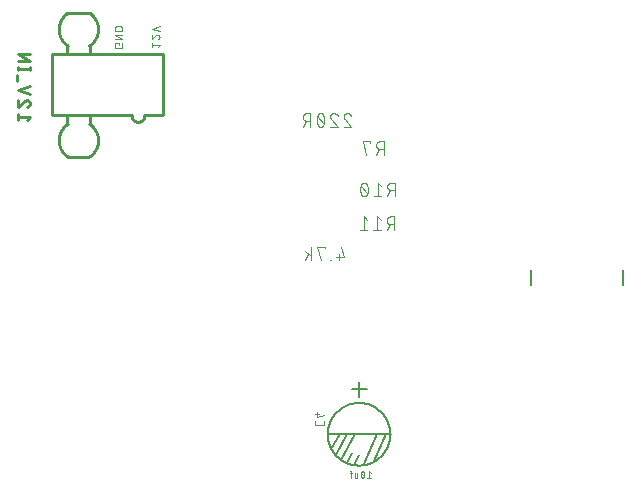
<source format=gbr>
G04 EAGLE Gerber RS-274X export*
G75*
%MOMM*%
%FSLAX34Y34*%
%LPD*%
%INSilkscreen Bottom*%
%IPPOS*%
%AMOC8*
5,1,8,0,0,1.08239X$1,22.5*%
G01*
%ADD10C,0.101600*%
%ADD11C,0.254000*%
%ADD12C,0.203200*%
%ADD13C,0.127000*%
%ADD14C,0.076200*%


D10*
X-171648Y50828D02*
X-170180Y52663D01*
X-176784Y52663D01*
X-176784Y54497D02*
X-176784Y50828D01*
X-170180Y59704D02*
X-170182Y59783D01*
X-170187Y59861D01*
X-170197Y59939D01*
X-170210Y60016D01*
X-170227Y60093D01*
X-170247Y60169D01*
X-170271Y60244D01*
X-170298Y60318D01*
X-170329Y60390D01*
X-170364Y60461D01*
X-170401Y60530D01*
X-170442Y60597D01*
X-170486Y60662D01*
X-170533Y60725D01*
X-170583Y60785D01*
X-170636Y60843D01*
X-170692Y60899D01*
X-170750Y60952D01*
X-170810Y61002D01*
X-170873Y61049D01*
X-170938Y61093D01*
X-171006Y61134D01*
X-171074Y61171D01*
X-171145Y61206D01*
X-171217Y61237D01*
X-171291Y61264D01*
X-171366Y61288D01*
X-171442Y61308D01*
X-171519Y61325D01*
X-171596Y61338D01*
X-171674Y61348D01*
X-171752Y61353D01*
X-171831Y61355D01*
X-170180Y59704D02*
X-170182Y59615D01*
X-170187Y59526D01*
X-170197Y59438D01*
X-170210Y59350D01*
X-170226Y59263D01*
X-170247Y59176D01*
X-170271Y59091D01*
X-170298Y59006D01*
X-170329Y58923D01*
X-170364Y58841D01*
X-170402Y58760D01*
X-170443Y58681D01*
X-170487Y58605D01*
X-170535Y58529D01*
X-170586Y58456D01*
X-170639Y58386D01*
X-170696Y58317D01*
X-170756Y58251D01*
X-170818Y58188D01*
X-170883Y58127D01*
X-170950Y58069D01*
X-171020Y58014D01*
X-171092Y57961D01*
X-171166Y57912D01*
X-171242Y57866D01*
X-171320Y57824D01*
X-171400Y57784D01*
X-171481Y57748D01*
X-171564Y57715D01*
X-171648Y57686D01*
X-173115Y60805D02*
X-173059Y60861D01*
X-173000Y60915D01*
X-172939Y60966D01*
X-172875Y61015D01*
X-172810Y61060D01*
X-172742Y61103D01*
X-172673Y61142D01*
X-172602Y61179D01*
X-172529Y61212D01*
X-172455Y61241D01*
X-172380Y61268D01*
X-172304Y61291D01*
X-172226Y61310D01*
X-172148Y61326D01*
X-172070Y61339D01*
X-171990Y61348D01*
X-171911Y61353D01*
X-171831Y61355D01*
X-173115Y60805D02*
X-176784Y57686D01*
X-176784Y61355D01*
X-176784Y66379D02*
X-170180Y64177D01*
X-170180Y68580D02*
X-176784Y66379D01*
X-204611Y53950D02*
X-204611Y52849D01*
X-204611Y53950D02*
X-208280Y53950D01*
X-208280Y51748D01*
X-208278Y51674D01*
X-208272Y51599D01*
X-208263Y51526D01*
X-208250Y51452D01*
X-208233Y51380D01*
X-208213Y51309D01*
X-208189Y51238D01*
X-208161Y51169D01*
X-208130Y51102D01*
X-208096Y51036D01*
X-208058Y50971D01*
X-208017Y50909D01*
X-207973Y50849D01*
X-207926Y50792D01*
X-207876Y50737D01*
X-207823Y50684D01*
X-207768Y50634D01*
X-207711Y50587D01*
X-207651Y50543D01*
X-207589Y50502D01*
X-207524Y50464D01*
X-207459Y50430D01*
X-207391Y50399D01*
X-207322Y50371D01*
X-207251Y50347D01*
X-207180Y50327D01*
X-207108Y50310D01*
X-207034Y50297D01*
X-206961Y50288D01*
X-206886Y50282D01*
X-206812Y50280D01*
X-206812Y50281D02*
X-203144Y50281D01*
X-203144Y50280D02*
X-203070Y50282D01*
X-202995Y50288D01*
X-202922Y50297D01*
X-202848Y50310D01*
X-202776Y50327D01*
X-202705Y50347D01*
X-202634Y50371D01*
X-202565Y50399D01*
X-202498Y50430D01*
X-202432Y50464D01*
X-202367Y50502D01*
X-202305Y50543D01*
X-202245Y50587D01*
X-202188Y50634D01*
X-202133Y50684D01*
X-202080Y50737D01*
X-202030Y50792D01*
X-201983Y50849D01*
X-201939Y50909D01*
X-201898Y50971D01*
X-201860Y51036D01*
X-201826Y51101D01*
X-201795Y51169D01*
X-201767Y51238D01*
X-201743Y51309D01*
X-201723Y51380D01*
X-201706Y51452D01*
X-201693Y51526D01*
X-201684Y51599D01*
X-201678Y51674D01*
X-201676Y51748D01*
X-201676Y53950D01*
X-201676Y57596D02*
X-208280Y57596D01*
X-208280Y61265D02*
X-201676Y57596D01*
X-201676Y61265D02*
X-208280Y61265D01*
X-208280Y64911D02*
X-201676Y64911D01*
X-201676Y66746D01*
X-201678Y66831D01*
X-201684Y66915D01*
X-201694Y66999D01*
X-201707Y67083D01*
X-201725Y67166D01*
X-201746Y67248D01*
X-201771Y67329D01*
X-201800Y67409D01*
X-201832Y67487D01*
X-201868Y67563D01*
X-201908Y67638D01*
X-201951Y67711D01*
X-201997Y67782D01*
X-202046Y67851D01*
X-202099Y67918D01*
X-202155Y67982D01*
X-202213Y68043D01*
X-202274Y68101D01*
X-202338Y68157D01*
X-202405Y68210D01*
X-202474Y68259D01*
X-202545Y68305D01*
X-202618Y68348D01*
X-202693Y68388D01*
X-202769Y68424D01*
X-202848Y68456D01*
X-202927Y68485D01*
X-203008Y68510D01*
X-203090Y68531D01*
X-203173Y68549D01*
X-203257Y68562D01*
X-203341Y68572D01*
X-203425Y68578D01*
X-203510Y68580D01*
X-206446Y68580D01*
X-206531Y68578D01*
X-206615Y68572D01*
X-206699Y68562D01*
X-206783Y68549D01*
X-206866Y68531D01*
X-206948Y68510D01*
X-207029Y68485D01*
X-207109Y68456D01*
X-207187Y68424D01*
X-207263Y68388D01*
X-207338Y68348D01*
X-207411Y68305D01*
X-207482Y68259D01*
X-207551Y68210D01*
X-207618Y68157D01*
X-207682Y68101D01*
X-207743Y68043D01*
X-207801Y67982D01*
X-207857Y67918D01*
X-207910Y67851D01*
X-207959Y67782D01*
X-208005Y67711D01*
X-208048Y67638D01*
X-208088Y67563D01*
X-208124Y67487D01*
X-208156Y67409D01*
X-208185Y67329D01*
X-208210Y67248D01*
X-208231Y67166D01*
X-208249Y67083D01*
X-208262Y66999D01*
X-208272Y66915D01*
X-208278Y66831D01*
X-208280Y66746D01*
X-208280Y64911D01*
D11*
X-260900Y45050D02*
X-260900Y-6950D01*
X-193900Y-6950D01*
X-182900Y-6950D02*
X-166900Y-6950D01*
X-166900Y45050D01*
X-260900Y45050D01*
X-247900Y52050D02*
X-248238Y52274D01*
X-248571Y52506D01*
X-248899Y52745D01*
X-249220Y52993D01*
X-249535Y53248D01*
X-249844Y53511D01*
X-250146Y53782D01*
X-250442Y54060D01*
X-250731Y54345D01*
X-251013Y54636D01*
X-251287Y54935D01*
X-251555Y55240D01*
X-251814Y55552D01*
X-252066Y55870D01*
X-252311Y56194D01*
X-252547Y56524D01*
X-252775Y56859D01*
X-252995Y57200D01*
X-253206Y57546D01*
X-253409Y57897D01*
X-253604Y58254D01*
X-253790Y58614D01*
X-253966Y58979D01*
X-254134Y59349D01*
X-254293Y59722D01*
X-254443Y60099D01*
X-254583Y60480D01*
X-254714Y60864D01*
X-254836Y61251D01*
X-254948Y61641D01*
X-255051Y62033D01*
X-255144Y62428D01*
X-255228Y62825D01*
X-255301Y63224D01*
X-255365Y63624D01*
X-255420Y64026D01*
X-255464Y64430D01*
X-255499Y64834D01*
X-255523Y65239D01*
X-255538Y65644D01*
X-255543Y66050D01*
X-255538Y66456D01*
X-255523Y66861D01*
X-255499Y67266D01*
X-255464Y67670D01*
X-255420Y68074D01*
X-255365Y68476D01*
X-255301Y68876D01*
X-255228Y69275D01*
X-255144Y69672D01*
X-255051Y70067D01*
X-254948Y70459D01*
X-254836Y70849D01*
X-254714Y71236D01*
X-254583Y71620D01*
X-254443Y72001D01*
X-254293Y72378D01*
X-254134Y72751D01*
X-253966Y73121D01*
X-253790Y73486D01*
X-253604Y73846D01*
X-253409Y74203D01*
X-253206Y74554D01*
X-252995Y74900D01*
X-252775Y75241D01*
X-252547Y75576D01*
X-252311Y75906D01*
X-252066Y76230D01*
X-251814Y76548D01*
X-251555Y76860D01*
X-251287Y77165D01*
X-251013Y77464D01*
X-250731Y77755D01*
X-250442Y78040D01*
X-250146Y78318D01*
X-249844Y78589D01*
X-249535Y78852D01*
X-249220Y79107D01*
X-248899Y79355D01*
X-248571Y79594D01*
X-248238Y79826D01*
X-247900Y80050D01*
X-229900Y80050D02*
X-229562Y79826D01*
X-229229Y79594D01*
X-228901Y79355D01*
X-228580Y79107D01*
X-228265Y78852D01*
X-227956Y78589D01*
X-227654Y78318D01*
X-227358Y78040D01*
X-227069Y77755D01*
X-226787Y77464D01*
X-226513Y77165D01*
X-226245Y76860D01*
X-225986Y76548D01*
X-225734Y76230D01*
X-225489Y75906D01*
X-225253Y75576D01*
X-225025Y75241D01*
X-224805Y74900D01*
X-224594Y74554D01*
X-224391Y74203D01*
X-224196Y73846D01*
X-224010Y73486D01*
X-223834Y73121D01*
X-223666Y72751D01*
X-223507Y72378D01*
X-223357Y72001D01*
X-223217Y71620D01*
X-223086Y71236D01*
X-222964Y70849D01*
X-222852Y70459D01*
X-222749Y70067D01*
X-222656Y69672D01*
X-222572Y69275D01*
X-222499Y68876D01*
X-222435Y68476D01*
X-222380Y68074D01*
X-222336Y67670D01*
X-222301Y67266D01*
X-222277Y66861D01*
X-222262Y66456D01*
X-222257Y66050D01*
X-222262Y65644D01*
X-222277Y65239D01*
X-222301Y64834D01*
X-222336Y64430D01*
X-222380Y64026D01*
X-222435Y63624D01*
X-222499Y63224D01*
X-222572Y62825D01*
X-222656Y62428D01*
X-222749Y62033D01*
X-222852Y61641D01*
X-222964Y61251D01*
X-223086Y60864D01*
X-223217Y60480D01*
X-223357Y60099D01*
X-223507Y59722D01*
X-223666Y59349D01*
X-223834Y58979D01*
X-224010Y58614D01*
X-224196Y58254D01*
X-224391Y57897D01*
X-224594Y57546D01*
X-224805Y57200D01*
X-225025Y56859D01*
X-225253Y56524D01*
X-225489Y56194D01*
X-225734Y55870D01*
X-225986Y55552D01*
X-226245Y55240D01*
X-226513Y54935D01*
X-226787Y54636D01*
X-227069Y54345D01*
X-227358Y54060D01*
X-227654Y53782D01*
X-227956Y53511D01*
X-228265Y53248D01*
X-228580Y52993D01*
X-228901Y52745D01*
X-229229Y52506D01*
X-229562Y52274D01*
X-229900Y52050D01*
X-229900Y80050D02*
X-247900Y80050D01*
X-248900Y53050D02*
X-248900Y46050D01*
X-228900Y46050D02*
X-228900Y53050D01*
X-229900Y-13950D02*
X-229562Y-14174D01*
X-229229Y-14406D01*
X-228901Y-14645D01*
X-228580Y-14893D01*
X-228265Y-15148D01*
X-227956Y-15411D01*
X-227654Y-15682D01*
X-227358Y-15960D01*
X-227069Y-16245D01*
X-226787Y-16536D01*
X-226513Y-16835D01*
X-226245Y-17140D01*
X-225986Y-17452D01*
X-225734Y-17770D01*
X-225489Y-18094D01*
X-225253Y-18424D01*
X-225025Y-18759D01*
X-224805Y-19100D01*
X-224594Y-19446D01*
X-224391Y-19797D01*
X-224196Y-20154D01*
X-224010Y-20514D01*
X-223834Y-20879D01*
X-223666Y-21249D01*
X-223507Y-21622D01*
X-223357Y-21999D01*
X-223217Y-22380D01*
X-223086Y-22764D01*
X-222964Y-23151D01*
X-222852Y-23541D01*
X-222749Y-23933D01*
X-222656Y-24328D01*
X-222572Y-24725D01*
X-222499Y-25124D01*
X-222435Y-25524D01*
X-222380Y-25926D01*
X-222336Y-26330D01*
X-222301Y-26734D01*
X-222277Y-27139D01*
X-222262Y-27544D01*
X-222257Y-27950D01*
X-222262Y-28356D01*
X-222277Y-28761D01*
X-222301Y-29166D01*
X-222336Y-29570D01*
X-222380Y-29974D01*
X-222435Y-30376D01*
X-222499Y-30776D01*
X-222572Y-31175D01*
X-222656Y-31572D01*
X-222749Y-31967D01*
X-222852Y-32359D01*
X-222964Y-32749D01*
X-223086Y-33136D01*
X-223217Y-33520D01*
X-223357Y-33901D01*
X-223507Y-34278D01*
X-223666Y-34651D01*
X-223834Y-35021D01*
X-224010Y-35386D01*
X-224196Y-35746D01*
X-224391Y-36103D01*
X-224594Y-36454D01*
X-224805Y-36800D01*
X-225025Y-37141D01*
X-225253Y-37476D01*
X-225489Y-37806D01*
X-225734Y-38130D01*
X-225986Y-38448D01*
X-226245Y-38760D01*
X-226513Y-39065D01*
X-226787Y-39364D01*
X-227069Y-39655D01*
X-227358Y-39940D01*
X-227654Y-40218D01*
X-227956Y-40489D01*
X-228265Y-40752D01*
X-228580Y-41007D01*
X-228901Y-41255D01*
X-229229Y-41494D01*
X-229562Y-41726D01*
X-229900Y-41950D01*
X-247900Y-41950D02*
X-248238Y-41726D01*
X-248571Y-41494D01*
X-248899Y-41255D01*
X-249220Y-41007D01*
X-249535Y-40752D01*
X-249844Y-40489D01*
X-250146Y-40218D01*
X-250442Y-39940D01*
X-250731Y-39655D01*
X-251013Y-39364D01*
X-251287Y-39065D01*
X-251555Y-38760D01*
X-251814Y-38448D01*
X-252066Y-38130D01*
X-252311Y-37806D01*
X-252547Y-37476D01*
X-252775Y-37141D01*
X-252995Y-36800D01*
X-253206Y-36454D01*
X-253409Y-36103D01*
X-253604Y-35746D01*
X-253790Y-35386D01*
X-253966Y-35021D01*
X-254134Y-34651D01*
X-254293Y-34278D01*
X-254443Y-33901D01*
X-254583Y-33520D01*
X-254714Y-33136D01*
X-254836Y-32749D01*
X-254948Y-32359D01*
X-255051Y-31967D01*
X-255144Y-31572D01*
X-255228Y-31175D01*
X-255301Y-30776D01*
X-255365Y-30376D01*
X-255420Y-29974D01*
X-255464Y-29570D01*
X-255499Y-29166D01*
X-255523Y-28761D01*
X-255538Y-28356D01*
X-255543Y-27950D01*
X-255538Y-27544D01*
X-255523Y-27139D01*
X-255499Y-26734D01*
X-255464Y-26330D01*
X-255420Y-25926D01*
X-255365Y-25524D01*
X-255301Y-25124D01*
X-255228Y-24725D01*
X-255144Y-24328D01*
X-255051Y-23933D01*
X-254948Y-23541D01*
X-254836Y-23151D01*
X-254714Y-22764D01*
X-254583Y-22380D01*
X-254443Y-21999D01*
X-254293Y-21622D01*
X-254134Y-21249D01*
X-253966Y-20879D01*
X-253790Y-20514D01*
X-253604Y-20154D01*
X-253409Y-19797D01*
X-253206Y-19446D01*
X-252995Y-19100D01*
X-252775Y-18759D01*
X-252547Y-18424D01*
X-252311Y-18094D01*
X-252066Y-17770D01*
X-251814Y-17452D01*
X-251555Y-17140D01*
X-251287Y-16835D01*
X-251013Y-16536D01*
X-250731Y-16245D01*
X-250442Y-15960D01*
X-250146Y-15682D01*
X-249844Y-15411D01*
X-249535Y-15148D01*
X-249220Y-14893D01*
X-248899Y-14645D01*
X-248571Y-14406D01*
X-248238Y-14174D01*
X-247900Y-13950D01*
X-247900Y-41950D02*
X-229900Y-41950D01*
X-228900Y-14950D02*
X-228900Y-7950D01*
X-248900Y-7950D02*
X-248900Y-14950D01*
X-193900Y-6950D02*
X-193898Y-7098D01*
X-193892Y-7245D01*
X-193882Y-7393D01*
X-193868Y-7540D01*
X-193851Y-7686D01*
X-193829Y-7832D01*
X-193803Y-7978D01*
X-193774Y-8122D01*
X-193740Y-8266D01*
X-193703Y-8409D01*
X-193662Y-8551D01*
X-193617Y-8692D01*
X-193568Y-8831D01*
X-193516Y-8969D01*
X-193460Y-9106D01*
X-193400Y-9241D01*
X-193337Y-9374D01*
X-193270Y-9506D01*
X-193200Y-9636D01*
X-193126Y-9764D01*
X-193049Y-9890D01*
X-192968Y-10013D01*
X-192884Y-10135D01*
X-192797Y-10254D01*
X-192707Y-10371D01*
X-192613Y-10485D01*
X-192517Y-10597D01*
X-192417Y-10706D01*
X-192315Y-10813D01*
X-192210Y-10917D01*
X-192102Y-11017D01*
X-191992Y-11115D01*
X-191878Y-11210D01*
X-191763Y-11302D01*
X-191645Y-11391D01*
X-191524Y-11476D01*
X-191402Y-11559D01*
X-191277Y-11638D01*
X-191150Y-11713D01*
X-191021Y-11785D01*
X-190890Y-11854D01*
X-190758Y-11919D01*
X-190624Y-11980D01*
X-190488Y-12038D01*
X-190350Y-12093D01*
X-190212Y-12143D01*
X-190071Y-12190D01*
X-189930Y-12233D01*
X-189788Y-12272D01*
X-189644Y-12307D01*
X-189500Y-12339D01*
X-189355Y-12366D01*
X-189209Y-12390D01*
X-189063Y-12410D01*
X-188916Y-12426D01*
X-188769Y-12438D01*
X-188621Y-12446D01*
X-188474Y-12450D01*
X-188326Y-12450D01*
X-188179Y-12446D01*
X-188031Y-12438D01*
X-187884Y-12426D01*
X-187737Y-12410D01*
X-187591Y-12390D01*
X-187445Y-12366D01*
X-187300Y-12339D01*
X-187156Y-12307D01*
X-187012Y-12272D01*
X-186870Y-12233D01*
X-186729Y-12190D01*
X-186588Y-12143D01*
X-186450Y-12093D01*
X-186312Y-12038D01*
X-186176Y-11980D01*
X-186042Y-11919D01*
X-185910Y-11854D01*
X-185779Y-11785D01*
X-185650Y-11713D01*
X-185523Y-11638D01*
X-185398Y-11559D01*
X-185276Y-11476D01*
X-185155Y-11391D01*
X-185037Y-11302D01*
X-184922Y-11210D01*
X-184808Y-11115D01*
X-184698Y-11017D01*
X-184590Y-10917D01*
X-184485Y-10813D01*
X-184383Y-10706D01*
X-184283Y-10597D01*
X-184187Y-10485D01*
X-184093Y-10371D01*
X-184003Y-10254D01*
X-183916Y-10135D01*
X-183832Y-10013D01*
X-183751Y-9890D01*
X-183674Y-9764D01*
X-183600Y-9636D01*
X-183530Y-9506D01*
X-183463Y-9374D01*
X-183400Y-9241D01*
X-183340Y-9106D01*
X-183284Y-8969D01*
X-183232Y-8831D01*
X-183183Y-8692D01*
X-183138Y-8551D01*
X-183097Y-8409D01*
X-183060Y-8266D01*
X-183026Y-8122D01*
X-182997Y-7978D01*
X-182971Y-7832D01*
X-182949Y-7686D01*
X-182932Y-7540D01*
X-182918Y-7393D01*
X-182908Y-7245D01*
X-182902Y-7098D01*
X-182900Y-6950D01*
X-279781Y-8410D02*
X-282039Y-11232D01*
X-279781Y-8410D02*
X-289941Y-8410D01*
X-289941Y-11232D02*
X-289941Y-5588D01*
X-279781Y3302D02*
X-279783Y3402D01*
X-279789Y3501D01*
X-279799Y3601D01*
X-279812Y3699D01*
X-279830Y3798D01*
X-279851Y3895D01*
X-279876Y3991D01*
X-279905Y4087D01*
X-279938Y4181D01*
X-279974Y4274D01*
X-280014Y4365D01*
X-280058Y4455D01*
X-280105Y4543D01*
X-280155Y4629D01*
X-280209Y4713D01*
X-280266Y4795D01*
X-280326Y4874D01*
X-280390Y4952D01*
X-280456Y5026D01*
X-280525Y5098D01*
X-280597Y5167D01*
X-280671Y5233D01*
X-280749Y5297D01*
X-280828Y5357D01*
X-280910Y5414D01*
X-280994Y5468D01*
X-281080Y5518D01*
X-281168Y5565D01*
X-281258Y5609D01*
X-281349Y5649D01*
X-281442Y5685D01*
X-281536Y5718D01*
X-281632Y5747D01*
X-281728Y5772D01*
X-281825Y5793D01*
X-281924Y5811D01*
X-282022Y5824D01*
X-282122Y5834D01*
X-282221Y5840D01*
X-282321Y5842D01*
X-279781Y3302D02*
X-279783Y3191D01*
X-279789Y3080D01*
X-279798Y2970D01*
X-279811Y2860D01*
X-279828Y2750D01*
X-279849Y2641D01*
X-279873Y2533D01*
X-279901Y2426D01*
X-279932Y2319D01*
X-279968Y2214D01*
X-280006Y2110D01*
X-280049Y2008D01*
X-280094Y1907D01*
X-280144Y1807D01*
X-280196Y1710D01*
X-280252Y1614D01*
X-280311Y1520D01*
X-280373Y1428D01*
X-280438Y1338D01*
X-280506Y1251D01*
X-280578Y1166D01*
X-280652Y1083D01*
X-280728Y1003D01*
X-280808Y926D01*
X-280890Y851D01*
X-280974Y779D01*
X-281061Y710D01*
X-281150Y645D01*
X-281242Y582D01*
X-281335Y522D01*
X-281431Y466D01*
X-281528Y412D01*
X-281627Y363D01*
X-281728Y316D01*
X-281830Y273D01*
X-281934Y234D01*
X-282039Y198D01*
X-284296Y4995D02*
X-284226Y5067D01*
X-284153Y5136D01*
X-284077Y5202D01*
X-283999Y5265D01*
X-283919Y5325D01*
X-283836Y5382D01*
X-283752Y5437D01*
X-283665Y5488D01*
X-283577Y5536D01*
X-283487Y5580D01*
X-283396Y5621D01*
X-283303Y5659D01*
X-283208Y5694D01*
X-283113Y5725D01*
X-283016Y5752D01*
X-282919Y5776D01*
X-282820Y5796D01*
X-282721Y5812D01*
X-282622Y5825D01*
X-282522Y5835D01*
X-282421Y5840D01*
X-282321Y5842D01*
X-284297Y4995D02*
X-289941Y198D01*
X-289941Y5842D01*
X-289941Y14450D02*
X-279781Y11063D01*
X-279781Y17836D02*
X-289941Y14450D01*
X-291070Y22479D02*
X-291070Y26995D01*
X-289941Y32738D02*
X-279781Y32738D01*
X-289941Y31609D02*
X-289941Y33867D01*
X-279781Y33867D02*
X-279781Y31609D01*
X-279781Y39441D02*
X-289941Y39441D01*
X-289941Y45085D02*
X-279781Y39441D01*
X-279781Y45085D02*
X-289941Y45085D01*
D10*
X29059Y-63888D02*
X29059Y-75572D01*
X29059Y-63888D02*
X25813Y-63888D01*
X25813Y-63887D02*
X25700Y-63889D01*
X25587Y-63895D01*
X25474Y-63905D01*
X25361Y-63919D01*
X25249Y-63936D01*
X25138Y-63958D01*
X25028Y-63983D01*
X24918Y-64013D01*
X24810Y-64046D01*
X24703Y-64083D01*
X24597Y-64123D01*
X24493Y-64168D01*
X24390Y-64216D01*
X24289Y-64267D01*
X24190Y-64322D01*
X24093Y-64380D01*
X23998Y-64442D01*
X23905Y-64507D01*
X23815Y-64575D01*
X23727Y-64646D01*
X23641Y-64721D01*
X23558Y-64798D01*
X23478Y-64878D01*
X23401Y-64961D01*
X23326Y-65047D01*
X23255Y-65135D01*
X23187Y-65225D01*
X23122Y-65318D01*
X23060Y-65413D01*
X23002Y-65510D01*
X22947Y-65609D01*
X22896Y-65710D01*
X22848Y-65813D01*
X22803Y-65917D01*
X22763Y-66023D01*
X22726Y-66130D01*
X22693Y-66238D01*
X22663Y-66348D01*
X22638Y-66458D01*
X22616Y-66569D01*
X22599Y-66681D01*
X22585Y-66794D01*
X22575Y-66907D01*
X22569Y-67020D01*
X22567Y-67133D01*
X22569Y-67246D01*
X22575Y-67359D01*
X22585Y-67472D01*
X22599Y-67585D01*
X22616Y-67697D01*
X22638Y-67808D01*
X22663Y-67918D01*
X22693Y-68028D01*
X22726Y-68136D01*
X22763Y-68243D01*
X22803Y-68349D01*
X22848Y-68453D01*
X22896Y-68556D01*
X22947Y-68657D01*
X23002Y-68756D01*
X23060Y-68853D01*
X23122Y-68948D01*
X23187Y-69041D01*
X23255Y-69131D01*
X23326Y-69219D01*
X23401Y-69305D01*
X23478Y-69388D01*
X23558Y-69468D01*
X23641Y-69545D01*
X23727Y-69620D01*
X23815Y-69691D01*
X23905Y-69759D01*
X23998Y-69824D01*
X24093Y-69886D01*
X24190Y-69944D01*
X24289Y-69999D01*
X24390Y-70050D01*
X24493Y-70098D01*
X24597Y-70143D01*
X24703Y-70183D01*
X24810Y-70220D01*
X24918Y-70253D01*
X25028Y-70283D01*
X25138Y-70308D01*
X25249Y-70330D01*
X25361Y-70347D01*
X25474Y-70361D01*
X25587Y-70371D01*
X25700Y-70377D01*
X25813Y-70379D01*
X29059Y-70379D01*
X25164Y-70379D02*
X22568Y-75572D01*
X17702Y-66484D02*
X14457Y-63888D01*
X14457Y-75572D01*
X17702Y-75572D02*
X11211Y-75572D01*
X6273Y-69730D02*
X6270Y-69500D01*
X6262Y-69270D01*
X6248Y-69041D01*
X6229Y-68812D01*
X6204Y-68583D01*
X6174Y-68355D01*
X6139Y-68128D01*
X6098Y-67902D01*
X6052Y-67677D01*
X6000Y-67453D01*
X5943Y-67230D01*
X5881Y-67009D01*
X5813Y-66789D01*
X5740Y-66571D01*
X5662Y-66355D01*
X5579Y-66141D01*
X5491Y-65929D01*
X5398Y-65718D01*
X5299Y-65511D01*
X5299Y-65510D02*
X5266Y-65420D01*
X5230Y-65331D01*
X5190Y-65243D01*
X5146Y-65158D01*
X5099Y-65074D01*
X5049Y-64992D01*
X4995Y-64912D01*
X4939Y-64835D01*
X4879Y-64759D01*
X4816Y-64686D01*
X4751Y-64616D01*
X4682Y-64548D01*
X4611Y-64484D01*
X4538Y-64422D01*
X4462Y-64363D01*
X4384Y-64307D01*
X4303Y-64254D01*
X4221Y-64205D01*
X4137Y-64159D01*
X4050Y-64116D01*
X3963Y-64077D01*
X3873Y-64041D01*
X3783Y-64009D01*
X3691Y-63981D01*
X3598Y-63956D01*
X3504Y-63935D01*
X3410Y-63918D01*
X3315Y-63904D01*
X3219Y-63895D01*
X3123Y-63889D01*
X3027Y-63887D01*
X2931Y-63889D01*
X2835Y-63895D01*
X2739Y-63904D01*
X2644Y-63918D01*
X2550Y-63935D01*
X2456Y-63956D01*
X2363Y-63981D01*
X2271Y-64009D01*
X2181Y-64041D01*
X2091Y-64077D01*
X2004Y-64116D01*
X1917Y-64159D01*
X1833Y-64205D01*
X1751Y-64254D01*
X1670Y-64307D01*
X1592Y-64363D01*
X1516Y-64422D01*
X1443Y-64484D01*
X1372Y-64548D01*
X1303Y-64616D01*
X1238Y-64686D01*
X1175Y-64759D01*
X1115Y-64835D01*
X1059Y-64912D01*
X1005Y-64992D01*
X955Y-65074D01*
X908Y-65158D01*
X864Y-65243D01*
X824Y-65331D01*
X788Y-65420D01*
X755Y-65510D01*
X755Y-65511D02*
X656Y-65718D01*
X563Y-65929D01*
X475Y-66141D01*
X392Y-66355D01*
X314Y-66571D01*
X241Y-66789D01*
X173Y-67009D01*
X111Y-67230D01*
X54Y-67453D01*
X2Y-67677D01*
X-44Y-67902D01*
X-85Y-68128D01*
X-120Y-68355D01*
X-150Y-68583D01*
X-175Y-68812D01*
X-194Y-69041D01*
X-208Y-69270D01*
X-216Y-69500D01*
X-219Y-69730D01*
X6273Y-69730D02*
X6270Y-69960D01*
X6262Y-70190D01*
X6248Y-70419D01*
X6229Y-70648D01*
X6204Y-70877D01*
X6174Y-71105D01*
X6139Y-71332D01*
X6098Y-71558D01*
X6052Y-71783D01*
X6000Y-72007D01*
X5943Y-72230D01*
X5881Y-72451D01*
X5813Y-72671D01*
X5740Y-72889D01*
X5662Y-73105D01*
X5579Y-73319D01*
X5491Y-73531D01*
X5398Y-73742D01*
X5299Y-73949D01*
X5266Y-74039D01*
X5230Y-74128D01*
X5189Y-74216D01*
X5146Y-74301D01*
X5099Y-74385D01*
X5049Y-74467D01*
X4995Y-74547D01*
X4939Y-74624D01*
X4879Y-74700D01*
X4816Y-74773D01*
X4751Y-74843D01*
X4682Y-74911D01*
X4611Y-74975D01*
X4538Y-75037D01*
X4462Y-75096D01*
X4384Y-75152D01*
X4303Y-75205D01*
X4221Y-75254D01*
X4137Y-75300D01*
X4050Y-75343D01*
X3963Y-75382D01*
X3873Y-75418D01*
X3783Y-75450D01*
X3691Y-75478D01*
X3598Y-75503D01*
X3504Y-75524D01*
X3410Y-75541D01*
X3315Y-75555D01*
X3219Y-75564D01*
X3123Y-75570D01*
X3027Y-75572D01*
X755Y-73949D02*
X656Y-73742D01*
X563Y-73531D01*
X475Y-73319D01*
X392Y-73105D01*
X314Y-72889D01*
X241Y-72671D01*
X173Y-72451D01*
X111Y-72230D01*
X54Y-72007D01*
X2Y-71783D01*
X-44Y-71558D01*
X-85Y-71332D01*
X-120Y-71105D01*
X-150Y-70877D01*
X-175Y-70648D01*
X-194Y-70419D01*
X-208Y-70190D01*
X-216Y-69960D01*
X-219Y-69730D01*
X755Y-73949D02*
X788Y-74039D01*
X824Y-74128D01*
X865Y-74216D01*
X908Y-74301D01*
X955Y-74385D01*
X1005Y-74467D01*
X1059Y-74547D01*
X1115Y-74625D01*
X1175Y-74700D01*
X1238Y-74773D01*
X1303Y-74843D01*
X1372Y-74911D01*
X1443Y-74975D01*
X1516Y-75037D01*
X1592Y-75096D01*
X1670Y-75152D01*
X1751Y-75205D01*
X1833Y-75254D01*
X1917Y-75300D01*
X2004Y-75343D01*
X2091Y-75382D01*
X2181Y-75418D01*
X2271Y-75450D01*
X2363Y-75478D01*
X2456Y-75503D01*
X2550Y-75524D01*
X2644Y-75541D01*
X2739Y-75555D01*
X2835Y-75564D01*
X2931Y-75570D01*
X3027Y-75572D01*
X5623Y-72975D02*
X430Y-66484D01*
X-16602Y-117976D02*
X-14005Y-127064D01*
X-20496Y-127064D01*
X-18549Y-124468D02*
X-18549Y-129660D01*
X-24927Y-129660D02*
X-24927Y-129011D01*
X-25576Y-129011D01*
X-25576Y-129660D01*
X-24927Y-129660D01*
X-30007Y-119275D02*
X-30007Y-117976D01*
X-36498Y-117976D01*
X-33253Y-129660D01*
X-41841Y-129660D02*
X-41841Y-117976D01*
X-47034Y-121871D02*
X-41841Y-125766D01*
X-44113Y-124143D02*
X-47034Y-129660D01*
X28651Y-104203D02*
X28651Y-92519D01*
X25405Y-92519D01*
X25292Y-92521D01*
X25179Y-92527D01*
X25066Y-92537D01*
X24953Y-92551D01*
X24841Y-92568D01*
X24730Y-92590D01*
X24620Y-92615D01*
X24510Y-92645D01*
X24402Y-92678D01*
X24295Y-92715D01*
X24189Y-92755D01*
X24085Y-92800D01*
X23982Y-92848D01*
X23881Y-92899D01*
X23782Y-92954D01*
X23685Y-93012D01*
X23590Y-93074D01*
X23497Y-93139D01*
X23407Y-93207D01*
X23319Y-93278D01*
X23233Y-93353D01*
X23150Y-93430D01*
X23070Y-93510D01*
X22993Y-93593D01*
X22918Y-93679D01*
X22847Y-93767D01*
X22779Y-93857D01*
X22714Y-93950D01*
X22652Y-94045D01*
X22594Y-94142D01*
X22539Y-94241D01*
X22488Y-94342D01*
X22440Y-94445D01*
X22395Y-94549D01*
X22355Y-94655D01*
X22318Y-94762D01*
X22285Y-94870D01*
X22255Y-94980D01*
X22230Y-95090D01*
X22208Y-95201D01*
X22191Y-95313D01*
X22177Y-95426D01*
X22167Y-95539D01*
X22161Y-95652D01*
X22159Y-95765D01*
X22161Y-95878D01*
X22167Y-95991D01*
X22177Y-96104D01*
X22191Y-96217D01*
X22208Y-96329D01*
X22230Y-96440D01*
X22255Y-96550D01*
X22285Y-96660D01*
X22318Y-96768D01*
X22355Y-96875D01*
X22395Y-96981D01*
X22440Y-97085D01*
X22488Y-97188D01*
X22539Y-97289D01*
X22594Y-97388D01*
X22652Y-97485D01*
X22714Y-97580D01*
X22779Y-97673D01*
X22847Y-97763D01*
X22918Y-97851D01*
X22993Y-97937D01*
X23070Y-98020D01*
X23150Y-98100D01*
X23233Y-98177D01*
X23319Y-98252D01*
X23407Y-98323D01*
X23497Y-98391D01*
X23590Y-98456D01*
X23685Y-98518D01*
X23782Y-98576D01*
X23881Y-98631D01*
X23982Y-98682D01*
X24085Y-98730D01*
X24189Y-98775D01*
X24295Y-98815D01*
X24402Y-98852D01*
X24510Y-98885D01*
X24620Y-98915D01*
X24730Y-98940D01*
X24841Y-98962D01*
X24953Y-98979D01*
X25066Y-98993D01*
X25179Y-99003D01*
X25292Y-99009D01*
X25405Y-99011D01*
X25405Y-99010D02*
X28651Y-99010D01*
X24756Y-99010D02*
X22160Y-104203D01*
X17295Y-95116D02*
X14049Y-92519D01*
X14049Y-104203D01*
X10804Y-104203D02*
X17295Y-104203D01*
X5865Y-95116D02*
X2619Y-92519D01*
X2619Y-104203D01*
X-626Y-104203D02*
X5865Y-104203D01*
D12*
X144209Y-137922D02*
X144209Y-150622D01*
X222377Y-150241D02*
X222377Y-137541D01*
D10*
X19661Y-40640D02*
X19661Y-28956D01*
X16415Y-28956D01*
X16302Y-28958D01*
X16189Y-28964D01*
X16076Y-28974D01*
X15963Y-28988D01*
X15851Y-29005D01*
X15740Y-29027D01*
X15630Y-29052D01*
X15520Y-29082D01*
X15412Y-29115D01*
X15305Y-29152D01*
X15199Y-29192D01*
X15095Y-29237D01*
X14992Y-29285D01*
X14891Y-29336D01*
X14792Y-29391D01*
X14695Y-29449D01*
X14600Y-29511D01*
X14507Y-29576D01*
X14417Y-29644D01*
X14329Y-29715D01*
X14243Y-29790D01*
X14160Y-29867D01*
X14080Y-29947D01*
X14003Y-30030D01*
X13928Y-30116D01*
X13857Y-30204D01*
X13789Y-30294D01*
X13724Y-30387D01*
X13662Y-30482D01*
X13604Y-30579D01*
X13549Y-30678D01*
X13498Y-30779D01*
X13450Y-30882D01*
X13405Y-30986D01*
X13365Y-31092D01*
X13328Y-31199D01*
X13295Y-31307D01*
X13265Y-31417D01*
X13240Y-31527D01*
X13218Y-31638D01*
X13201Y-31750D01*
X13187Y-31863D01*
X13177Y-31976D01*
X13171Y-32089D01*
X13169Y-32202D01*
X13171Y-32315D01*
X13177Y-32428D01*
X13187Y-32541D01*
X13201Y-32654D01*
X13218Y-32766D01*
X13240Y-32877D01*
X13265Y-32987D01*
X13295Y-33097D01*
X13328Y-33205D01*
X13365Y-33312D01*
X13405Y-33418D01*
X13450Y-33522D01*
X13498Y-33625D01*
X13549Y-33726D01*
X13604Y-33825D01*
X13662Y-33922D01*
X13724Y-34017D01*
X13789Y-34110D01*
X13857Y-34200D01*
X13928Y-34288D01*
X14003Y-34374D01*
X14080Y-34457D01*
X14160Y-34537D01*
X14243Y-34614D01*
X14329Y-34689D01*
X14417Y-34760D01*
X14507Y-34828D01*
X14600Y-34893D01*
X14695Y-34955D01*
X14792Y-35013D01*
X14891Y-35068D01*
X14992Y-35119D01*
X15095Y-35167D01*
X15199Y-35212D01*
X15305Y-35252D01*
X15412Y-35289D01*
X15520Y-35322D01*
X15630Y-35352D01*
X15740Y-35377D01*
X15851Y-35399D01*
X15963Y-35416D01*
X16076Y-35430D01*
X16189Y-35440D01*
X16302Y-35446D01*
X16415Y-35448D01*
X16415Y-35447D02*
X19661Y-35447D01*
X15766Y-35447D02*
X13170Y-40640D01*
X8304Y-30254D02*
X8304Y-28956D01*
X1813Y-28956D01*
X5059Y-40640D01*
X-14242Y-8001D02*
X-14240Y-7894D01*
X-14234Y-7788D01*
X-14224Y-7682D01*
X-14211Y-7576D01*
X-14193Y-7470D01*
X-14172Y-7366D01*
X-14147Y-7262D01*
X-14118Y-7159D01*
X-14086Y-7058D01*
X-14049Y-6958D01*
X-14009Y-6859D01*
X-13966Y-6761D01*
X-13919Y-6665D01*
X-13868Y-6571D01*
X-13814Y-6479D01*
X-13757Y-6389D01*
X-13697Y-6301D01*
X-13633Y-6216D01*
X-13566Y-6133D01*
X-13496Y-6052D01*
X-13424Y-5974D01*
X-13348Y-5898D01*
X-13270Y-5826D01*
X-13189Y-5756D01*
X-13106Y-5689D01*
X-13021Y-5625D01*
X-12933Y-5565D01*
X-12843Y-5508D01*
X-12751Y-5454D01*
X-12657Y-5403D01*
X-12561Y-5356D01*
X-12463Y-5313D01*
X-12364Y-5273D01*
X-12264Y-5236D01*
X-12163Y-5204D01*
X-12060Y-5175D01*
X-11956Y-5150D01*
X-11852Y-5129D01*
X-11746Y-5111D01*
X-11640Y-5098D01*
X-11534Y-5088D01*
X-11428Y-5082D01*
X-11321Y-5080D01*
X-11200Y-5082D01*
X-11079Y-5088D01*
X-10959Y-5098D01*
X-10838Y-5111D01*
X-10719Y-5129D01*
X-10599Y-5150D01*
X-10481Y-5175D01*
X-10364Y-5204D01*
X-10247Y-5237D01*
X-10132Y-5273D01*
X-10018Y-5314D01*
X-9905Y-5357D01*
X-9793Y-5405D01*
X-9684Y-5456D01*
X-9576Y-5511D01*
X-9469Y-5569D01*
X-9365Y-5630D01*
X-9263Y-5695D01*
X-9163Y-5763D01*
X-9065Y-5834D01*
X-8969Y-5908D01*
X-8876Y-5985D01*
X-8786Y-6066D01*
X-8698Y-6149D01*
X-8613Y-6235D01*
X-8530Y-6324D01*
X-8451Y-6415D01*
X-8374Y-6509D01*
X-8301Y-6605D01*
X-8231Y-6703D01*
X-8164Y-6804D01*
X-8100Y-6907D01*
X-8040Y-7012D01*
X-7982Y-7119D01*
X-7929Y-7227D01*
X-7879Y-7337D01*
X-7833Y-7449D01*
X-7790Y-7562D01*
X-7751Y-7677D01*
X-13268Y-10273D02*
X-13347Y-10195D01*
X-13423Y-10115D01*
X-13496Y-10032D01*
X-13566Y-9946D01*
X-13633Y-9859D01*
X-13697Y-9768D01*
X-13757Y-9676D01*
X-13815Y-9582D01*
X-13869Y-9485D01*
X-13919Y-9387D01*
X-13966Y-9287D01*
X-14010Y-9186D01*
X-14050Y-9083D01*
X-14086Y-8978D01*
X-14118Y-8873D01*
X-14147Y-8766D01*
X-14172Y-8659D01*
X-14194Y-8550D01*
X-14211Y-8441D01*
X-14225Y-8332D01*
X-14234Y-8222D01*
X-14240Y-8111D01*
X-14242Y-8001D01*
X-13269Y-10273D02*
X-7751Y-16764D01*
X-14242Y-16764D01*
X-25672Y-8001D02*
X-25670Y-7894D01*
X-25664Y-7788D01*
X-25654Y-7682D01*
X-25641Y-7576D01*
X-25623Y-7470D01*
X-25602Y-7366D01*
X-25577Y-7262D01*
X-25548Y-7159D01*
X-25516Y-7058D01*
X-25479Y-6958D01*
X-25439Y-6859D01*
X-25396Y-6761D01*
X-25349Y-6665D01*
X-25298Y-6571D01*
X-25244Y-6479D01*
X-25187Y-6389D01*
X-25127Y-6301D01*
X-25063Y-6216D01*
X-24996Y-6133D01*
X-24926Y-6052D01*
X-24854Y-5974D01*
X-24778Y-5898D01*
X-24700Y-5826D01*
X-24619Y-5756D01*
X-24536Y-5689D01*
X-24451Y-5625D01*
X-24363Y-5565D01*
X-24273Y-5508D01*
X-24181Y-5454D01*
X-24087Y-5403D01*
X-23991Y-5356D01*
X-23893Y-5313D01*
X-23794Y-5273D01*
X-23694Y-5236D01*
X-23593Y-5204D01*
X-23490Y-5175D01*
X-23386Y-5150D01*
X-23282Y-5129D01*
X-23176Y-5111D01*
X-23070Y-5098D01*
X-22964Y-5088D01*
X-22858Y-5082D01*
X-22751Y-5080D01*
X-22630Y-5082D01*
X-22509Y-5088D01*
X-22389Y-5098D01*
X-22268Y-5111D01*
X-22149Y-5129D01*
X-22029Y-5150D01*
X-21911Y-5175D01*
X-21794Y-5204D01*
X-21677Y-5237D01*
X-21562Y-5273D01*
X-21448Y-5314D01*
X-21335Y-5357D01*
X-21223Y-5405D01*
X-21114Y-5456D01*
X-21006Y-5511D01*
X-20899Y-5569D01*
X-20795Y-5630D01*
X-20693Y-5695D01*
X-20593Y-5763D01*
X-20495Y-5834D01*
X-20399Y-5908D01*
X-20306Y-5985D01*
X-20216Y-6066D01*
X-20128Y-6149D01*
X-20043Y-6235D01*
X-19960Y-6324D01*
X-19881Y-6415D01*
X-19804Y-6509D01*
X-19731Y-6605D01*
X-19661Y-6703D01*
X-19594Y-6804D01*
X-19530Y-6907D01*
X-19470Y-7012D01*
X-19412Y-7119D01*
X-19359Y-7227D01*
X-19309Y-7337D01*
X-19263Y-7449D01*
X-19220Y-7562D01*
X-19181Y-7677D01*
X-24698Y-10273D02*
X-24777Y-10195D01*
X-24853Y-10115D01*
X-24926Y-10032D01*
X-24996Y-9946D01*
X-25063Y-9859D01*
X-25127Y-9768D01*
X-25187Y-9676D01*
X-25245Y-9582D01*
X-25299Y-9485D01*
X-25349Y-9387D01*
X-25396Y-9287D01*
X-25440Y-9186D01*
X-25480Y-9083D01*
X-25516Y-8978D01*
X-25548Y-8873D01*
X-25577Y-8766D01*
X-25602Y-8659D01*
X-25624Y-8550D01*
X-25641Y-8441D01*
X-25655Y-8332D01*
X-25664Y-8222D01*
X-25670Y-8111D01*
X-25672Y-8001D01*
X-24699Y-10273D02*
X-19181Y-16764D01*
X-25672Y-16764D01*
X-30611Y-10922D02*
X-30614Y-10692D01*
X-30622Y-10462D01*
X-30636Y-10233D01*
X-30655Y-10004D01*
X-30680Y-9775D01*
X-30710Y-9547D01*
X-30745Y-9320D01*
X-30786Y-9094D01*
X-30832Y-8869D01*
X-30884Y-8645D01*
X-30941Y-8422D01*
X-31003Y-8201D01*
X-31071Y-7981D01*
X-31144Y-7763D01*
X-31222Y-7547D01*
X-31305Y-7333D01*
X-31393Y-7121D01*
X-31486Y-6910D01*
X-31585Y-6703D01*
X-31618Y-6613D01*
X-31654Y-6524D01*
X-31694Y-6436D01*
X-31738Y-6351D01*
X-31785Y-6267D01*
X-31835Y-6185D01*
X-31889Y-6105D01*
X-31945Y-6028D01*
X-32005Y-5952D01*
X-32068Y-5879D01*
X-32133Y-5809D01*
X-32202Y-5741D01*
X-32273Y-5677D01*
X-32346Y-5615D01*
X-32422Y-5556D01*
X-32500Y-5500D01*
X-32581Y-5447D01*
X-32663Y-5398D01*
X-32747Y-5352D01*
X-32834Y-5309D01*
X-32921Y-5270D01*
X-33011Y-5234D01*
X-33101Y-5202D01*
X-33193Y-5174D01*
X-33286Y-5149D01*
X-33380Y-5128D01*
X-33474Y-5111D01*
X-33569Y-5097D01*
X-33665Y-5088D01*
X-33761Y-5082D01*
X-33857Y-5080D01*
X-33953Y-5082D01*
X-34049Y-5088D01*
X-34145Y-5097D01*
X-34240Y-5111D01*
X-34334Y-5128D01*
X-34428Y-5149D01*
X-34521Y-5174D01*
X-34613Y-5202D01*
X-34703Y-5234D01*
X-34793Y-5270D01*
X-34881Y-5309D01*
X-34967Y-5352D01*
X-35051Y-5398D01*
X-35133Y-5447D01*
X-35214Y-5500D01*
X-35292Y-5556D01*
X-35368Y-5615D01*
X-35441Y-5677D01*
X-35512Y-5741D01*
X-35581Y-5809D01*
X-35646Y-5879D01*
X-35709Y-5952D01*
X-35769Y-6028D01*
X-35825Y-6105D01*
X-35879Y-6185D01*
X-35929Y-6267D01*
X-35976Y-6351D01*
X-36020Y-6436D01*
X-36060Y-6524D01*
X-36096Y-6613D01*
X-36129Y-6703D01*
X-36128Y-6703D02*
X-36227Y-6910D01*
X-36320Y-7121D01*
X-36408Y-7333D01*
X-36491Y-7547D01*
X-36569Y-7763D01*
X-36642Y-7981D01*
X-36710Y-8201D01*
X-36772Y-8422D01*
X-36829Y-8645D01*
X-36881Y-8869D01*
X-36927Y-9094D01*
X-36968Y-9320D01*
X-37003Y-9547D01*
X-37033Y-9775D01*
X-37058Y-10004D01*
X-37077Y-10233D01*
X-37091Y-10462D01*
X-37099Y-10692D01*
X-37102Y-10922D01*
X-30611Y-10922D02*
X-30614Y-11152D01*
X-30622Y-11382D01*
X-30636Y-11611D01*
X-30655Y-11840D01*
X-30680Y-12069D01*
X-30710Y-12297D01*
X-30745Y-12524D01*
X-30786Y-12750D01*
X-30832Y-12975D01*
X-30884Y-13199D01*
X-30941Y-13422D01*
X-31003Y-13643D01*
X-31071Y-13863D01*
X-31144Y-14081D01*
X-31222Y-14297D01*
X-31305Y-14511D01*
X-31393Y-14723D01*
X-31486Y-14934D01*
X-31585Y-15141D01*
X-31618Y-15231D01*
X-31654Y-15320D01*
X-31695Y-15408D01*
X-31738Y-15493D01*
X-31785Y-15577D01*
X-31835Y-15659D01*
X-31889Y-15739D01*
X-31945Y-15816D01*
X-32005Y-15892D01*
X-32068Y-15965D01*
X-32133Y-16035D01*
X-32202Y-16103D01*
X-32273Y-16167D01*
X-32346Y-16229D01*
X-32422Y-16288D01*
X-32500Y-16344D01*
X-32581Y-16397D01*
X-32663Y-16446D01*
X-32747Y-16492D01*
X-32834Y-16535D01*
X-32921Y-16574D01*
X-33011Y-16610D01*
X-33101Y-16642D01*
X-33193Y-16670D01*
X-33286Y-16695D01*
X-33380Y-16716D01*
X-33474Y-16733D01*
X-33569Y-16747D01*
X-33665Y-16756D01*
X-33761Y-16762D01*
X-33857Y-16764D01*
X-36128Y-15141D02*
X-36227Y-14934D01*
X-36320Y-14723D01*
X-36408Y-14511D01*
X-36491Y-14297D01*
X-36569Y-14081D01*
X-36642Y-13863D01*
X-36710Y-13643D01*
X-36772Y-13422D01*
X-36829Y-13199D01*
X-36881Y-12975D01*
X-36927Y-12750D01*
X-36968Y-12524D01*
X-37003Y-12297D01*
X-37033Y-12069D01*
X-37058Y-11840D01*
X-37077Y-11611D01*
X-37091Y-11382D01*
X-37099Y-11152D01*
X-37102Y-10922D01*
X-36129Y-15141D02*
X-36096Y-15231D01*
X-36060Y-15320D01*
X-36020Y-15408D01*
X-35976Y-15493D01*
X-35929Y-15577D01*
X-35879Y-15659D01*
X-35825Y-15739D01*
X-35769Y-15816D01*
X-35709Y-15892D01*
X-35646Y-15965D01*
X-35581Y-16035D01*
X-35512Y-16103D01*
X-35441Y-16167D01*
X-35368Y-16229D01*
X-35292Y-16288D01*
X-35214Y-16344D01*
X-35133Y-16397D01*
X-35051Y-16446D01*
X-34967Y-16492D01*
X-34880Y-16535D01*
X-34793Y-16574D01*
X-34703Y-16610D01*
X-34613Y-16642D01*
X-34521Y-16670D01*
X-34428Y-16695D01*
X-34334Y-16716D01*
X-34240Y-16733D01*
X-34145Y-16747D01*
X-34049Y-16756D01*
X-33953Y-16762D01*
X-33857Y-16764D01*
X-31260Y-14168D02*
X-36453Y-7676D01*
X-42496Y-5080D02*
X-42496Y-16764D01*
X-42496Y-5080D02*
X-45741Y-5080D01*
X-45854Y-5082D01*
X-45967Y-5088D01*
X-46080Y-5098D01*
X-46193Y-5112D01*
X-46305Y-5129D01*
X-46416Y-5151D01*
X-46526Y-5176D01*
X-46636Y-5206D01*
X-46744Y-5239D01*
X-46851Y-5276D01*
X-46957Y-5316D01*
X-47061Y-5361D01*
X-47164Y-5409D01*
X-47265Y-5460D01*
X-47364Y-5515D01*
X-47461Y-5573D01*
X-47556Y-5635D01*
X-47649Y-5700D01*
X-47739Y-5768D01*
X-47827Y-5839D01*
X-47913Y-5914D01*
X-47996Y-5991D01*
X-48076Y-6071D01*
X-48153Y-6154D01*
X-48228Y-6240D01*
X-48299Y-6328D01*
X-48367Y-6418D01*
X-48432Y-6511D01*
X-48494Y-6606D01*
X-48552Y-6703D01*
X-48607Y-6802D01*
X-48658Y-6903D01*
X-48706Y-7006D01*
X-48751Y-7110D01*
X-48791Y-7216D01*
X-48828Y-7323D01*
X-48861Y-7431D01*
X-48891Y-7541D01*
X-48916Y-7651D01*
X-48938Y-7762D01*
X-48955Y-7874D01*
X-48969Y-7987D01*
X-48979Y-8100D01*
X-48985Y-8213D01*
X-48987Y-8326D01*
X-48985Y-8439D01*
X-48979Y-8552D01*
X-48969Y-8665D01*
X-48955Y-8778D01*
X-48938Y-8890D01*
X-48916Y-9001D01*
X-48891Y-9111D01*
X-48861Y-9221D01*
X-48828Y-9329D01*
X-48791Y-9436D01*
X-48751Y-9542D01*
X-48706Y-9646D01*
X-48658Y-9749D01*
X-48607Y-9850D01*
X-48552Y-9949D01*
X-48494Y-10046D01*
X-48432Y-10141D01*
X-48367Y-10234D01*
X-48299Y-10324D01*
X-48228Y-10412D01*
X-48153Y-10498D01*
X-48076Y-10581D01*
X-47996Y-10661D01*
X-47913Y-10738D01*
X-47827Y-10813D01*
X-47739Y-10884D01*
X-47649Y-10952D01*
X-47556Y-11017D01*
X-47461Y-11079D01*
X-47364Y-11137D01*
X-47265Y-11192D01*
X-47164Y-11243D01*
X-47061Y-11291D01*
X-46957Y-11336D01*
X-46851Y-11376D01*
X-46744Y-11413D01*
X-46636Y-11446D01*
X-46526Y-11476D01*
X-46416Y-11501D01*
X-46305Y-11523D01*
X-46193Y-11540D01*
X-46080Y-11554D01*
X-45967Y-11564D01*
X-45854Y-11570D01*
X-45741Y-11572D01*
X-45741Y-11571D02*
X-42496Y-11571D01*
X-46390Y-11571D02*
X-48987Y-16764D01*
D13*
X-27770Y-276860D02*
X-27762Y-276210D01*
X-27738Y-275560D01*
X-27698Y-274911D01*
X-27642Y-274263D01*
X-27571Y-273616D01*
X-27483Y-272972D01*
X-27380Y-272330D01*
X-27261Y-271690D01*
X-27126Y-271054D01*
X-26976Y-270421D01*
X-26810Y-269792D01*
X-26629Y-269167D01*
X-26432Y-268547D01*
X-26221Y-267932D01*
X-25994Y-267323D01*
X-25753Y-266719D01*
X-25497Y-266121D01*
X-25226Y-265530D01*
X-24940Y-264945D01*
X-24641Y-264368D01*
X-24327Y-263798D01*
X-24000Y-263236D01*
X-23659Y-262683D01*
X-23304Y-262137D01*
X-22936Y-261601D01*
X-22555Y-261074D01*
X-22161Y-260556D01*
X-21755Y-260049D01*
X-21336Y-259551D01*
X-20905Y-259064D01*
X-20463Y-258587D01*
X-20008Y-258122D01*
X-19543Y-257667D01*
X-19066Y-257225D01*
X-18579Y-256794D01*
X-18081Y-256375D01*
X-17574Y-255969D01*
X-17056Y-255575D01*
X-16529Y-255194D01*
X-15993Y-254826D01*
X-15447Y-254471D01*
X-14894Y-254130D01*
X-14332Y-253803D01*
X-13762Y-253489D01*
X-13185Y-253190D01*
X-12600Y-252904D01*
X-12009Y-252633D01*
X-11411Y-252377D01*
X-10807Y-252136D01*
X-10198Y-251909D01*
X-9583Y-251698D01*
X-8963Y-251501D01*
X-8338Y-251320D01*
X-7709Y-251154D01*
X-7076Y-251004D01*
X-6440Y-250869D01*
X-5800Y-250750D01*
X-5158Y-250647D01*
X-4514Y-250559D01*
X-3867Y-250488D01*
X-3219Y-250432D01*
X-2570Y-250392D01*
X-1920Y-250368D01*
X-1270Y-250360D01*
X-620Y-250368D01*
X30Y-250392D01*
X679Y-250432D01*
X1327Y-250488D01*
X1974Y-250559D01*
X2618Y-250647D01*
X3260Y-250750D01*
X3900Y-250869D01*
X4536Y-251004D01*
X5169Y-251154D01*
X5798Y-251320D01*
X6423Y-251501D01*
X7043Y-251698D01*
X7658Y-251909D01*
X8267Y-252136D01*
X8871Y-252377D01*
X9469Y-252633D01*
X10060Y-252904D01*
X10645Y-253190D01*
X11222Y-253489D01*
X11792Y-253803D01*
X12354Y-254130D01*
X12907Y-254471D01*
X13453Y-254826D01*
X13989Y-255194D01*
X14516Y-255575D01*
X15034Y-255969D01*
X15541Y-256375D01*
X16039Y-256794D01*
X16526Y-257225D01*
X17003Y-257667D01*
X17468Y-258122D01*
X17923Y-258587D01*
X18365Y-259064D01*
X18796Y-259551D01*
X19215Y-260049D01*
X19621Y-260556D01*
X20015Y-261074D01*
X20396Y-261601D01*
X20764Y-262137D01*
X21119Y-262683D01*
X21460Y-263236D01*
X21787Y-263798D01*
X22101Y-264368D01*
X22400Y-264945D01*
X22686Y-265530D01*
X22957Y-266121D01*
X23213Y-266719D01*
X23454Y-267323D01*
X23681Y-267932D01*
X23892Y-268547D01*
X24089Y-269167D01*
X24270Y-269792D01*
X24436Y-270421D01*
X24586Y-271054D01*
X24721Y-271690D01*
X24840Y-272330D01*
X24943Y-272972D01*
X25031Y-273616D01*
X25102Y-274263D01*
X25158Y-274911D01*
X25198Y-275560D01*
X25222Y-276210D01*
X25230Y-276860D01*
X25222Y-277510D01*
X25198Y-278160D01*
X25158Y-278809D01*
X25102Y-279457D01*
X25031Y-280104D01*
X24943Y-280748D01*
X24840Y-281390D01*
X24721Y-282030D01*
X24586Y-282666D01*
X24436Y-283299D01*
X24270Y-283928D01*
X24089Y-284553D01*
X23892Y-285173D01*
X23681Y-285788D01*
X23454Y-286397D01*
X23213Y-287001D01*
X22957Y-287599D01*
X22686Y-288190D01*
X22400Y-288775D01*
X22101Y-289352D01*
X21787Y-289922D01*
X21460Y-290484D01*
X21119Y-291037D01*
X20764Y-291583D01*
X20396Y-292119D01*
X20015Y-292646D01*
X19621Y-293164D01*
X19215Y-293671D01*
X18796Y-294169D01*
X18365Y-294656D01*
X17923Y-295133D01*
X17468Y-295598D01*
X17003Y-296053D01*
X16526Y-296495D01*
X16039Y-296926D01*
X15541Y-297345D01*
X15034Y-297751D01*
X14516Y-298145D01*
X13989Y-298526D01*
X13453Y-298894D01*
X12907Y-299249D01*
X12354Y-299590D01*
X11792Y-299917D01*
X11222Y-300231D01*
X10645Y-300530D01*
X10060Y-300816D01*
X9469Y-301087D01*
X8871Y-301343D01*
X8267Y-301584D01*
X7658Y-301811D01*
X7043Y-302022D01*
X6423Y-302219D01*
X5798Y-302400D01*
X5169Y-302566D01*
X4536Y-302716D01*
X3900Y-302851D01*
X3260Y-302970D01*
X2618Y-303073D01*
X1974Y-303161D01*
X1327Y-303232D01*
X679Y-303288D01*
X30Y-303328D01*
X-620Y-303352D01*
X-1270Y-303360D01*
X-1920Y-303352D01*
X-2570Y-303328D01*
X-3219Y-303288D01*
X-3867Y-303232D01*
X-4514Y-303161D01*
X-5158Y-303073D01*
X-5800Y-302970D01*
X-6440Y-302851D01*
X-7076Y-302716D01*
X-7709Y-302566D01*
X-8338Y-302400D01*
X-8963Y-302219D01*
X-9583Y-302022D01*
X-10198Y-301811D01*
X-10807Y-301584D01*
X-11411Y-301343D01*
X-12009Y-301087D01*
X-12600Y-300816D01*
X-13185Y-300530D01*
X-13762Y-300231D01*
X-14332Y-299917D01*
X-14894Y-299590D01*
X-15447Y-299249D01*
X-15993Y-298894D01*
X-16529Y-298526D01*
X-17056Y-298145D01*
X-17574Y-297751D01*
X-18081Y-297345D01*
X-18579Y-296926D01*
X-19066Y-296495D01*
X-19543Y-296053D01*
X-20008Y-295598D01*
X-20463Y-295133D01*
X-20905Y-294656D01*
X-21336Y-294169D01*
X-21755Y-293671D01*
X-22161Y-293164D01*
X-22555Y-292646D01*
X-22936Y-292119D01*
X-23304Y-291583D01*
X-23659Y-291037D01*
X-24000Y-290484D01*
X-24327Y-289922D01*
X-24641Y-289352D01*
X-24940Y-288775D01*
X-25226Y-288190D01*
X-25497Y-287599D01*
X-25753Y-287001D01*
X-25994Y-286397D01*
X-26221Y-285788D01*
X-26432Y-285173D01*
X-26629Y-284553D01*
X-26810Y-283928D01*
X-26976Y-283299D01*
X-27126Y-282666D01*
X-27261Y-282030D01*
X-27380Y-281390D01*
X-27483Y-280748D01*
X-27571Y-280104D01*
X-27642Y-279457D01*
X-27698Y-278809D01*
X-27738Y-278160D01*
X-27762Y-277510D01*
X-27770Y-276860D01*
X-1270Y-238760D02*
X-1270Y-232410D01*
X-1270Y-238760D02*
X-1270Y-245110D01*
X-1270Y-238760D02*
X-7620Y-238760D01*
X-1270Y-238760D02*
X5080Y-238760D01*
X-17780Y-276860D02*
X-27940Y-276860D01*
X-17780Y-276860D02*
X-11430Y-276860D01*
X-5080Y-276860D01*
X13970Y-276860D01*
X21590Y-276860D01*
X25400Y-276860D01*
X21590Y-276860D02*
X11430Y-299720D01*
X2540Y-302260D02*
X13970Y-276860D01*
X-7620Y-292735D02*
X-11430Y-300990D01*
X-16510Y-298450D02*
X-5080Y-276860D01*
X-11430Y-276860D02*
X-20955Y-294640D01*
X-24765Y-289560D02*
X-17780Y-276860D01*
X-1270Y-294360D02*
X-5080Y-300990D01*
D10*
X-38862Y-267638D02*
X-38862Y-265889D01*
X-38862Y-267638D02*
X-38860Y-267719D01*
X-38855Y-267799D01*
X-38845Y-267880D01*
X-38832Y-267960D01*
X-38816Y-268039D01*
X-38795Y-268117D01*
X-38771Y-268194D01*
X-38744Y-268270D01*
X-38713Y-268345D01*
X-38679Y-268418D01*
X-38641Y-268490D01*
X-38600Y-268559D01*
X-38556Y-268627D01*
X-38509Y-268693D01*
X-38458Y-268756D01*
X-38405Y-268817D01*
X-38349Y-268875D01*
X-38291Y-268931D01*
X-38230Y-268984D01*
X-38167Y-269035D01*
X-38101Y-269082D01*
X-38033Y-269126D01*
X-37964Y-269167D01*
X-37892Y-269205D01*
X-37819Y-269239D01*
X-37744Y-269270D01*
X-37668Y-269297D01*
X-37591Y-269321D01*
X-37513Y-269342D01*
X-37434Y-269358D01*
X-37354Y-269371D01*
X-37273Y-269381D01*
X-37193Y-269386D01*
X-37112Y-269388D01*
X-32738Y-269388D01*
X-32655Y-269386D01*
X-32572Y-269380D01*
X-32489Y-269370D01*
X-32407Y-269356D01*
X-32325Y-269339D01*
X-32245Y-269317D01*
X-32166Y-269292D01*
X-32088Y-269263D01*
X-32011Y-269230D01*
X-31936Y-269193D01*
X-31863Y-269154D01*
X-31792Y-269110D01*
X-31723Y-269064D01*
X-31656Y-269014D01*
X-31592Y-268961D01*
X-31530Y-268905D01*
X-31471Y-268846D01*
X-31415Y-268784D01*
X-31362Y-268720D01*
X-31313Y-268653D01*
X-31266Y-268584D01*
X-31222Y-268513D01*
X-31183Y-268440D01*
X-31146Y-268365D01*
X-31113Y-268288D01*
X-31084Y-268210D01*
X-31059Y-268131D01*
X-31037Y-268051D01*
X-31020Y-267969D01*
X-31006Y-267887D01*
X-30996Y-267804D01*
X-30990Y-267721D01*
X-30988Y-267638D01*
X-30988Y-265889D01*
X-30988Y-260943D02*
X-37112Y-262692D01*
X-37112Y-258318D01*
X-35362Y-259630D02*
X-38862Y-259630D01*
D14*
X7408Y-308229D02*
X8961Y-309471D01*
X7408Y-308229D02*
X7408Y-313817D01*
X5856Y-313817D02*
X8961Y-313817D01*
X3246Y-311023D02*
X3244Y-310892D01*
X3239Y-310762D01*
X3229Y-310632D01*
X3216Y-310502D01*
X3200Y-310372D01*
X3180Y-310243D01*
X3156Y-310115D01*
X3128Y-309988D01*
X3097Y-309861D01*
X3062Y-309735D01*
X3024Y-309610D01*
X2982Y-309486D01*
X2937Y-309364D01*
X2888Y-309243D01*
X2836Y-309123D01*
X2780Y-309005D01*
X2757Y-308945D01*
X2731Y-308885D01*
X2702Y-308828D01*
X2669Y-308772D01*
X2633Y-308718D01*
X2595Y-308666D01*
X2553Y-308616D01*
X2509Y-308569D01*
X2462Y-308524D01*
X2412Y-308482D01*
X2361Y-308443D01*
X2307Y-308407D01*
X2251Y-308374D01*
X2194Y-308344D01*
X2135Y-308317D01*
X2074Y-308294D01*
X2013Y-308274D01*
X1950Y-308258D01*
X1886Y-308245D01*
X1822Y-308236D01*
X1758Y-308231D01*
X1693Y-308229D01*
X1628Y-308231D01*
X1564Y-308236D01*
X1500Y-308245D01*
X1436Y-308258D01*
X1373Y-308274D01*
X1312Y-308294D01*
X1251Y-308317D01*
X1192Y-308344D01*
X1135Y-308374D01*
X1079Y-308407D01*
X1025Y-308443D01*
X974Y-308482D01*
X924Y-308524D01*
X877Y-308569D01*
X833Y-308616D01*
X791Y-308666D01*
X753Y-308718D01*
X717Y-308772D01*
X684Y-308828D01*
X655Y-308885D01*
X629Y-308945D01*
X606Y-309005D01*
X607Y-309005D02*
X551Y-309123D01*
X499Y-309243D01*
X450Y-309364D01*
X405Y-309486D01*
X363Y-309610D01*
X325Y-309735D01*
X290Y-309861D01*
X259Y-309987D01*
X231Y-310115D01*
X207Y-310243D01*
X187Y-310372D01*
X171Y-310502D01*
X158Y-310632D01*
X148Y-310762D01*
X143Y-310892D01*
X141Y-311023D01*
X3245Y-311023D02*
X3243Y-311154D01*
X3238Y-311284D01*
X3228Y-311414D01*
X3215Y-311544D01*
X3199Y-311674D01*
X3179Y-311803D01*
X3155Y-311931D01*
X3127Y-312058D01*
X3096Y-312185D01*
X3061Y-312311D01*
X3023Y-312436D01*
X2981Y-312560D01*
X2936Y-312682D01*
X2887Y-312803D01*
X2835Y-312923D01*
X2779Y-313041D01*
X2780Y-313041D02*
X2757Y-313101D01*
X2731Y-313161D01*
X2702Y-313218D01*
X2669Y-313274D01*
X2633Y-313328D01*
X2595Y-313380D01*
X2553Y-313430D01*
X2509Y-313477D01*
X2462Y-313522D01*
X2412Y-313564D01*
X2361Y-313603D01*
X2307Y-313639D01*
X2251Y-313672D01*
X2194Y-313702D01*
X2135Y-313729D01*
X2074Y-313752D01*
X2013Y-313772D01*
X1950Y-313788D01*
X1886Y-313801D01*
X1822Y-313810D01*
X1758Y-313815D01*
X1693Y-313817D01*
X607Y-313041D02*
X551Y-312923D01*
X499Y-312803D01*
X450Y-312682D01*
X405Y-312560D01*
X363Y-312436D01*
X325Y-312311D01*
X290Y-312185D01*
X259Y-312059D01*
X231Y-311931D01*
X207Y-311803D01*
X187Y-311674D01*
X171Y-311544D01*
X158Y-311414D01*
X148Y-311284D01*
X143Y-311154D01*
X141Y-311023D01*
X606Y-313041D02*
X629Y-313101D01*
X655Y-313161D01*
X684Y-313218D01*
X717Y-313274D01*
X753Y-313328D01*
X791Y-313380D01*
X833Y-313430D01*
X877Y-313477D01*
X924Y-313522D01*
X974Y-313564D01*
X1025Y-313603D01*
X1079Y-313639D01*
X1135Y-313672D01*
X1192Y-313702D01*
X1251Y-313729D01*
X1312Y-313752D01*
X1373Y-313772D01*
X1436Y-313788D01*
X1500Y-313801D01*
X1564Y-313810D01*
X1628Y-313815D01*
X1693Y-313817D01*
X2935Y-312575D02*
X452Y-309471D01*
X-2589Y-310092D02*
X-2589Y-312886D01*
X-2590Y-312886D02*
X-2592Y-312944D01*
X-2597Y-313003D01*
X-2606Y-313060D01*
X-2619Y-313118D01*
X-2636Y-313174D01*
X-2655Y-313229D01*
X-2679Y-313282D01*
X-2705Y-313335D01*
X-2735Y-313385D01*
X-2768Y-313433D01*
X-2804Y-313479D01*
X-2842Y-313523D01*
X-2884Y-313565D01*
X-2928Y-313603D01*
X-2974Y-313639D01*
X-3022Y-313672D01*
X-3072Y-313702D01*
X-3125Y-313728D01*
X-3178Y-313752D01*
X-3233Y-313771D01*
X-3289Y-313788D01*
X-3347Y-313801D01*
X-3404Y-313810D01*
X-3463Y-313815D01*
X-3521Y-313817D01*
X-5073Y-313817D01*
X-5073Y-310092D01*
X-8029Y-309160D02*
X-8029Y-313817D01*
X-8030Y-309160D02*
X-8032Y-309102D01*
X-8037Y-309043D01*
X-8046Y-308986D01*
X-8059Y-308928D01*
X-8076Y-308872D01*
X-8095Y-308817D01*
X-8119Y-308764D01*
X-8145Y-308711D01*
X-8175Y-308661D01*
X-8208Y-308613D01*
X-8244Y-308567D01*
X-8282Y-308523D01*
X-8324Y-308481D01*
X-8368Y-308443D01*
X-8414Y-308407D01*
X-8462Y-308374D01*
X-8512Y-308344D01*
X-8565Y-308318D01*
X-8618Y-308294D01*
X-8673Y-308275D01*
X-8729Y-308258D01*
X-8787Y-308245D01*
X-8844Y-308236D01*
X-8903Y-308231D01*
X-8961Y-308229D01*
X-9271Y-308229D01*
X-9271Y-310092D02*
X-7408Y-310092D01*
M02*

</source>
